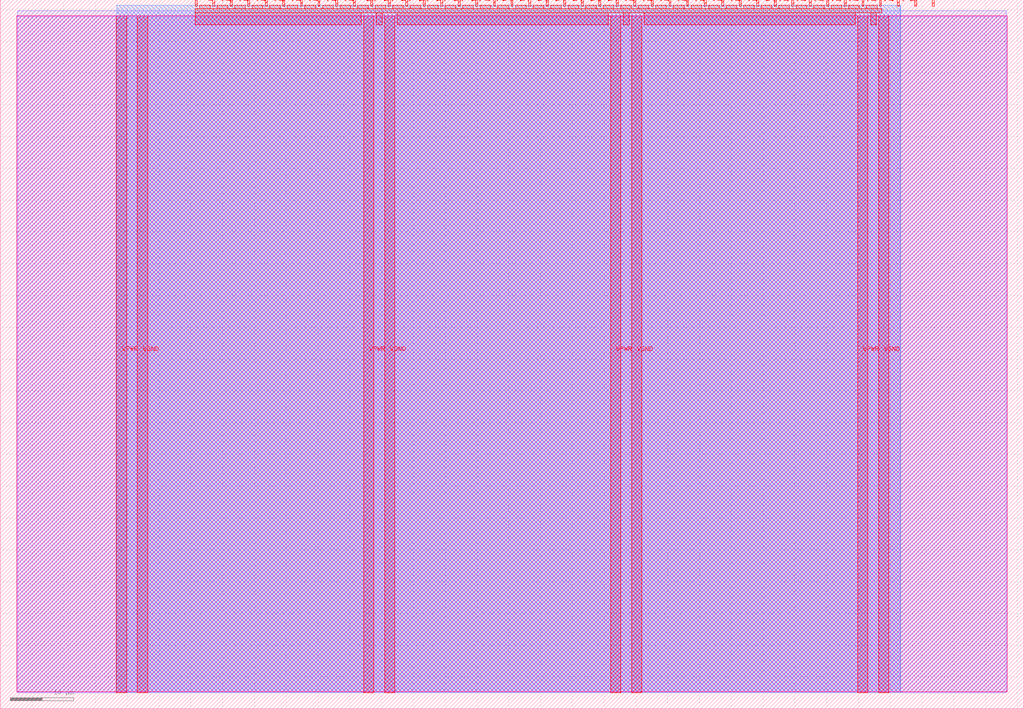
<source format=lef>
VERSION 5.7 ;
  NOWIREEXTENSIONATPIN ON ;
  DIVIDERCHAR "/" ;
  BUSBITCHARS "[]" ;
MACRO tt_um_secA_11_nyancar_alanz23
  CLASS BLOCK ;
  FOREIGN tt_um_secA_11_nyancar_alanz23 ;
  ORIGIN 0.000 0.000 ;
  SIZE 161.000 BY 111.520 ;
  PIN VGND
    DIRECTION INOUT ;
    USE GROUND ;
    PORT
      LAYER met4 ;
        RECT 21.580 2.480 23.180 109.040 ;
    END
    PORT
      LAYER met4 ;
        RECT 60.450 2.480 62.050 109.040 ;
    END
    PORT
      LAYER met4 ;
        RECT 99.320 2.480 100.920 109.040 ;
    END
    PORT
      LAYER met4 ;
        RECT 138.190 2.480 139.790 109.040 ;
    END
  END VGND
  PIN VPWR
    DIRECTION INOUT ;
    USE POWER ;
    PORT
      LAYER met4 ;
        RECT 18.280 2.480 19.880 109.040 ;
    END
    PORT
      LAYER met4 ;
        RECT 57.150 2.480 58.750 109.040 ;
    END
    PORT
      LAYER met4 ;
        RECT 96.020 2.480 97.620 109.040 ;
    END
    PORT
      LAYER met4 ;
        RECT 134.890 2.480 136.490 109.040 ;
    END
  END VPWR
  PIN clk
    DIRECTION INPUT ;
    USE SIGNAL ;
    PORT
      LAYER met4 ;
        RECT 143.830 110.520 144.130 111.520 ;
    END
  END clk
  PIN ena
    DIRECTION INPUT ;
    USE SIGNAL ;
    PORT
      LAYER met4 ;
        RECT 146.590 110.520 146.890 111.520 ;
    END
  END ena
  PIN rst_n
    DIRECTION INPUT ;
    USE SIGNAL ;
    PORT
      LAYER met4 ;
        RECT 141.070 110.520 141.370 111.520 ;
    END
  END rst_n
  PIN ui_in[0]
    DIRECTION INPUT ;
    USE SIGNAL ;
    ANTENNAGATEAREA 0.213000 ;
    PORT
      LAYER met4 ;
        RECT 138.310 110.520 138.610 111.520 ;
    END
  END ui_in[0]
  PIN ui_in[1]
    DIRECTION INPUT ;
    USE SIGNAL ;
    ANTENNAGATEAREA 0.213000 ;
    PORT
      LAYER met4 ;
        RECT 135.550 110.520 135.850 111.520 ;
    END
  END ui_in[1]
  PIN ui_in[2]
    DIRECTION INPUT ;
    USE SIGNAL ;
    ANTENNAGATEAREA 0.213000 ;
    PORT
      LAYER met4 ;
        RECT 132.790 110.520 133.090 111.520 ;
    END
  END ui_in[2]
  PIN ui_in[3]
    DIRECTION INPUT ;
    USE SIGNAL ;
    ANTENNAGATEAREA 0.126000 ;
    PORT
      LAYER met4 ;
        RECT 130.030 110.520 130.330 111.520 ;
    END
  END ui_in[3]
  PIN ui_in[4]
    DIRECTION INPUT ;
    USE SIGNAL ;
    ANTENNAGATEAREA 0.196500 ;
    PORT
      LAYER met4 ;
        RECT 127.270 110.520 127.570 111.520 ;
    END
  END ui_in[4]
  PIN ui_in[5]
    DIRECTION INPUT ;
    USE SIGNAL ;
    ANTENNAGATEAREA 0.196500 ;
    PORT
      LAYER met4 ;
        RECT 124.510 110.520 124.810 111.520 ;
    END
  END ui_in[5]
  PIN ui_in[6]
    DIRECTION INPUT ;
    USE SIGNAL ;
    ANTENNAGATEAREA 0.213000 ;
    PORT
      LAYER met4 ;
        RECT 121.750 110.520 122.050 111.520 ;
    END
  END ui_in[6]
  PIN ui_in[7]
    DIRECTION INPUT ;
    USE SIGNAL ;
    ANTENNAGATEAREA 0.213000 ;
    PORT
      LAYER met4 ;
        RECT 118.990 110.520 119.290 111.520 ;
    END
  END ui_in[7]
  PIN uio_in[0]
    DIRECTION INPUT ;
    USE SIGNAL ;
    PORT
      LAYER met4 ;
        RECT 116.230 110.520 116.530 111.520 ;
    END
  END uio_in[0]
  PIN uio_in[1]
    DIRECTION INPUT ;
    USE SIGNAL ;
    PORT
      LAYER met4 ;
        RECT 113.470 110.520 113.770 111.520 ;
    END
  END uio_in[1]
  PIN uio_in[2]
    DIRECTION INPUT ;
    USE SIGNAL ;
    PORT
      LAYER met4 ;
        RECT 110.710 110.520 111.010 111.520 ;
    END
  END uio_in[2]
  PIN uio_in[3]
    DIRECTION INPUT ;
    USE SIGNAL ;
    PORT
      LAYER met4 ;
        RECT 107.950 110.520 108.250 111.520 ;
    END
  END uio_in[3]
  PIN uio_in[4]
    DIRECTION INPUT ;
    USE SIGNAL ;
    PORT
      LAYER met4 ;
        RECT 105.190 110.520 105.490 111.520 ;
    END
  END uio_in[4]
  PIN uio_in[5]
    DIRECTION INPUT ;
    USE SIGNAL ;
    PORT
      LAYER met4 ;
        RECT 102.430 110.520 102.730 111.520 ;
    END
  END uio_in[5]
  PIN uio_in[6]
    DIRECTION INPUT ;
    USE SIGNAL ;
    PORT
      LAYER met4 ;
        RECT 99.670 110.520 99.970 111.520 ;
    END
  END uio_in[6]
  PIN uio_in[7]
    DIRECTION INPUT ;
    USE SIGNAL ;
    PORT
      LAYER met4 ;
        RECT 96.910 110.520 97.210 111.520 ;
    END
  END uio_in[7]
  PIN uio_oe[0]
    DIRECTION OUTPUT ;
    USE SIGNAL ;
    PORT
      LAYER met4 ;
        RECT 49.990 110.520 50.290 111.520 ;
    END
  END uio_oe[0]
  PIN uio_oe[1]
    DIRECTION OUTPUT ;
    USE SIGNAL ;
    PORT
      LAYER met4 ;
        RECT 47.230 110.520 47.530 111.520 ;
    END
  END uio_oe[1]
  PIN uio_oe[2]
    DIRECTION OUTPUT ;
    USE SIGNAL ;
    PORT
      LAYER met4 ;
        RECT 44.470 110.520 44.770 111.520 ;
    END
  END uio_oe[2]
  PIN uio_oe[3]
    DIRECTION OUTPUT ;
    USE SIGNAL ;
    PORT
      LAYER met4 ;
        RECT 41.710 110.520 42.010 111.520 ;
    END
  END uio_oe[3]
  PIN uio_oe[4]
    DIRECTION OUTPUT ;
    USE SIGNAL ;
    PORT
      LAYER met4 ;
        RECT 38.950 110.520 39.250 111.520 ;
    END
  END uio_oe[4]
  PIN uio_oe[5]
    DIRECTION OUTPUT ;
    USE SIGNAL ;
    PORT
      LAYER met4 ;
        RECT 36.190 110.520 36.490 111.520 ;
    END
  END uio_oe[5]
  PIN uio_oe[6]
    DIRECTION OUTPUT ;
    USE SIGNAL ;
    PORT
      LAYER met4 ;
        RECT 33.430 110.520 33.730 111.520 ;
    END
  END uio_oe[6]
  PIN uio_oe[7]
    DIRECTION OUTPUT ;
    USE SIGNAL ;
    PORT
      LAYER met4 ;
        RECT 30.670 110.520 30.970 111.520 ;
    END
  END uio_oe[7]
  PIN uio_out[0]
    DIRECTION OUTPUT ;
    USE SIGNAL ;
    PORT
      LAYER met4 ;
        RECT 72.070 110.520 72.370 111.520 ;
    END
  END uio_out[0]
  PIN uio_out[1]
    DIRECTION OUTPUT ;
    USE SIGNAL ;
    PORT
      LAYER met4 ;
        RECT 69.310 110.520 69.610 111.520 ;
    END
  END uio_out[1]
  PIN uio_out[2]
    DIRECTION OUTPUT ;
    USE SIGNAL ;
    PORT
      LAYER met4 ;
        RECT 66.550 110.520 66.850 111.520 ;
    END
  END uio_out[2]
  PIN uio_out[3]
    DIRECTION OUTPUT ;
    USE SIGNAL ;
    PORT
      LAYER met4 ;
        RECT 63.790 110.520 64.090 111.520 ;
    END
  END uio_out[3]
  PIN uio_out[4]
    DIRECTION OUTPUT ;
    USE SIGNAL ;
    PORT
      LAYER met4 ;
        RECT 61.030 110.520 61.330 111.520 ;
    END
  END uio_out[4]
  PIN uio_out[5]
    DIRECTION OUTPUT ;
    USE SIGNAL ;
    PORT
      LAYER met4 ;
        RECT 58.270 110.520 58.570 111.520 ;
    END
  END uio_out[5]
  PIN uio_out[6]
    DIRECTION OUTPUT ;
    USE SIGNAL ;
    PORT
      LAYER met4 ;
        RECT 55.510 110.520 55.810 111.520 ;
    END
  END uio_out[6]
  PIN uio_out[7]
    DIRECTION OUTPUT ;
    USE SIGNAL ;
    PORT
      LAYER met4 ;
        RECT 52.750 110.520 53.050 111.520 ;
    END
  END uio_out[7]
  PIN uo_out[0]
    DIRECTION OUTPUT ;
    USE SIGNAL ;
    ANTENNADIFFAREA 0.643500 ;
    PORT
      LAYER met4 ;
        RECT 94.150 110.520 94.450 111.520 ;
    END
  END uo_out[0]
  PIN uo_out[1]
    DIRECTION OUTPUT ;
    USE SIGNAL ;
    ANTENNADIFFAREA 0.445500 ;
    PORT
      LAYER met4 ;
        RECT 91.390 110.520 91.690 111.520 ;
    END
  END uo_out[1]
  PIN uo_out[2]
    DIRECTION OUTPUT ;
    USE SIGNAL ;
    ANTENNADIFFAREA 0.445500 ;
    PORT
      LAYER met4 ;
        RECT 88.630 110.520 88.930 111.520 ;
    END
  END uo_out[2]
  PIN uo_out[3]
    DIRECTION OUTPUT ;
    USE SIGNAL ;
    ANTENNADIFFAREA 0.445500 ;
    PORT
      LAYER met4 ;
        RECT 85.870 110.520 86.170 111.520 ;
    END
  END uo_out[3]
  PIN uo_out[4]
    DIRECTION OUTPUT ;
    USE SIGNAL ;
    ANTENNADIFFAREA 0.445500 ;
    PORT
      LAYER met4 ;
        RECT 83.110 110.520 83.410 111.520 ;
    END
  END uo_out[4]
  PIN uo_out[5]
    DIRECTION OUTPUT ;
    USE SIGNAL ;
    ANTENNADIFFAREA 0.445500 ;
    PORT
      LAYER met4 ;
        RECT 80.350 110.520 80.650 111.520 ;
    END
  END uo_out[5]
  PIN uo_out[6]
    DIRECTION OUTPUT ;
    USE SIGNAL ;
    ANTENNADIFFAREA 0.445500 ;
    PORT
      LAYER met4 ;
        RECT 77.590 110.520 77.890 111.520 ;
    END
  END uo_out[6]
  PIN uo_out[7]
    DIRECTION OUTPUT ;
    USE SIGNAL ;
    ANTENNADIFFAREA 0.445500 ;
    PORT
      LAYER met4 ;
        RECT 74.830 110.520 75.130 111.520 ;
    END
  END uo_out[7]
  OBS
      LAYER nwell ;
        RECT 2.570 2.635 158.430 108.990 ;
      LAYER li1 ;
        RECT 2.760 2.635 158.240 108.885 ;
      LAYER met1 ;
        RECT 2.760 2.480 158.240 109.780 ;
      LAYER met2 ;
        RECT 18.310 2.535 141.590 110.685 ;
      LAYER met3 ;
        RECT 18.290 2.555 141.615 110.665 ;
      LAYER met4 ;
        RECT 31.370 110.120 33.030 110.665 ;
        RECT 34.130 110.120 35.790 110.665 ;
        RECT 36.890 110.120 38.550 110.665 ;
        RECT 39.650 110.120 41.310 110.665 ;
        RECT 42.410 110.120 44.070 110.665 ;
        RECT 45.170 110.120 46.830 110.665 ;
        RECT 47.930 110.120 49.590 110.665 ;
        RECT 50.690 110.120 52.350 110.665 ;
        RECT 53.450 110.120 55.110 110.665 ;
        RECT 56.210 110.120 57.870 110.665 ;
        RECT 58.970 110.120 60.630 110.665 ;
        RECT 61.730 110.120 63.390 110.665 ;
        RECT 64.490 110.120 66.150 110.665 ;
        RECT 67.250 110.120 68.910 110.665 ;
        RECT 70.010 110.120 71.670 110.665 ;
        RECT 72.770 110.120 74.430 110.665 ;
        RECT 75.530 110.120 77.190 110.665 ;
        RECT 78.290 110.120 79.950 110.665 ;
        RECT 81.050 110.120 82.710 110.665 ;
        RECT 83.810 110.120 85.470 110.665 ;
        RECT 86.570 110.120 88.230 110.665 ;
        RECT 89.330 110.120 90.990 110.665 ;
        RECT 92.090 110.120 93.750 110.665 ;
        RECT 94.850 110.120 96.510 110.665 ;
        RECT 97.610 110.120 99.270 110.665 ;
        RECT 100.370 110.120 102.030 110.665 ;
        RECT 103.130 110.120 104.790 110.665 ;
        RECT 105.890 110.120 107.550 110.665 ;
        RECT 108.650 110.120 110.310 110.665 ;
        RECT 111.410 110.120 113.070 110.665 ;
        RECT 114.170 110.120 115.830 110.665 ;
        RECT 116.930 110.120 118.590 110.665 ;
        RECT 119.690 110.120 121.350 110.665 ;
        RECT 122.450 110.120 124.110 110.665 ;
        RECT 125.210 110.120 126.870 110.665 ;
        RECT 127.970 110.120 129.630 110.665 ;
        RECT 130.730 110.120 132.390 110.665 ;
        RECT 133.490 110.120 135.150 110.665 ;
        RECT 136.250 110.120 137.910 110.665 ;
        RECT 30.655 109.440 138.625 110.120 ;
        RECT 30.655 107.615 56.750 109.440 ;
        RECT 59.150 107.615 60.050 109.440 ;
        RECT 62.450 107.615 95.620 109.440 ;
        RECT 98.020 107.615 98.920 109.440 ;
        RECT 101.320 107.615 134.490 109.440 ;
        RECT 136.890 107.615 137.790 109.440 ;
  END
END tt_um_secA_11_nyancar_alanz23
END LIBRARY


</source>
